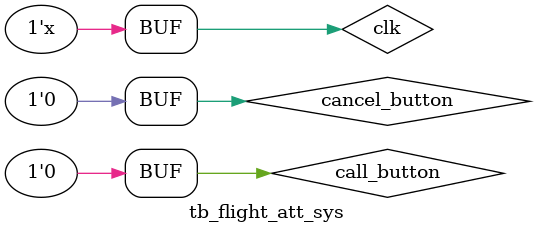
<source format=v>
`timescale 1ns / 1ps


module tb_flight_att_sys;

reg clk;
reg call_button;
reg cancel_button;

wire light_state;

flight_att_sys ul (
    .clk(clk),
    .call_button(call_button),
    .cancel_button(cancel_button),
    .light_state(light_state)
    );
    
    
initial
begin

clk = 0;
call_button = 0;
cancel_button = 0;

#10;

call_button = 1;
cancel_button =0;

#10;

call_button = 0;
cancel_button = 1;

#10;

call_button = 1;
cancel_button = 1;

#10;

call_button = 0;
cancel_button = 0;

#10; 

call_button = 1;
cancel_button = 0;

#10;

cancel_button = 1;

#20;

cancel_button = 0;

#20;

call_button = 0;
cancel_button = 1;

#20;

call_button = 0;
cancel_button = 0;

end 

always
#5 clk = ~clk;

endmodule


</source>
